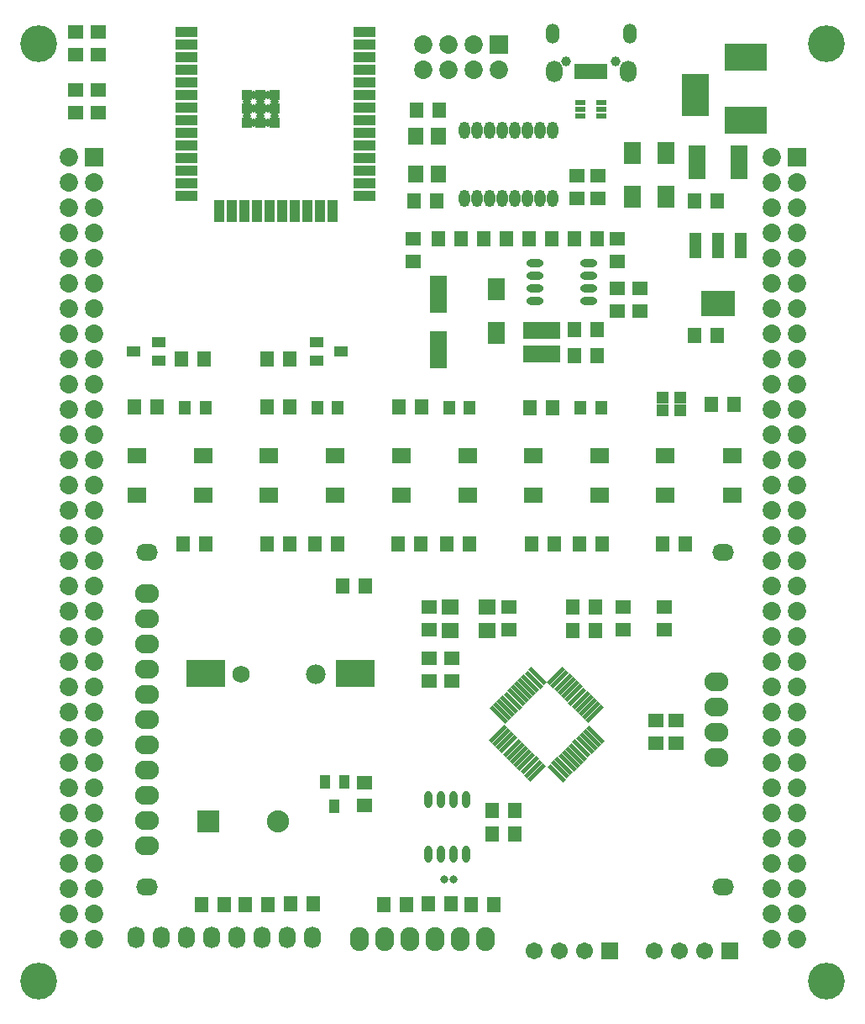
<source format=gts>
G04*
G04 #@! TF.GenerationSoftware,Altium Limited,Altium Designer,21.0.8 (223)*
G04*
G04 Layer_Color=8388736*
%FSTAX24Y24*%
%MOIN*%
G70*
G04*
G04 #@! TF.SameCoordinates,41972824-9B57-438F-98A6-91DE107BC887*
G04*
G04*
G04 #@! TF.FilePolarity,Negative*
G04*
G01*
G75*
%ADD47R,0.1379X0.1025*%
%ADD48O,0.0434X0.0690*%
%ADD49R,0.0867X0.0434*%
%ADD50R,0.0690X0.1344*%
%ADD51R,0.0580X0.0630*%
%ADD52R,0.0631X0.0710*%
%ADD53R,0.0710X0.0631*%
%ADD54O,0.0671X0.0316*%
%ADD55R,0.0474X0.1025*%
%ADD56R,0.0434X0.0434*%
%ADD57R,0.0434X0.0867*%
%ADD58O,0.0316X0.0671*%
G04:AMPARAMS|DCode=59|XSize=17.8mil|YSize=86.7mil|CornerRadius=0mil|HoleSize=0mil|Usage=FLASHONLY|Rotation=225.000|XOffset=0mil|YOffset=0mil|HoleType=Round|Shape=Rectangle|*
%AMROTATEDRECTD59*
4,1,4,-0.0244,0.0370,0.0370,-0.0244,0.0244,-0.0370,-0.0370,0.0244,-0.0244,0.0370,0.0*
%
%ADD59ROTATEDRECTD59*%

G04:AMPARAMS|DCode=60|XSize=17.8mil|YSize=86.7mil|CornerRadius=0mil|HoleSize=0mil|Usage=FLASHONLY|Rotation=315.000|XOffset=0mil|YOffset=0mil|HoleType=Round|Shape=Rectangle|*
%AMROTATEDRECTD60*
4,1,4,-0.0370,-0.0244,0.0244,0.0370,0.0370,0.0244,-0.0244,-0.0370,-0.0370,-0.0244,0.0*
%
%ADD60ROTATEDRECTD60*%

%ADD61R,0.0749X0.0631*%
%ADD62R,0.0630X0.0580*%
%ADD63R,0.0552X0.0415*%
%ADD64R,0.0415X0.0552*%
%ADD65R,0.1458X0.0710*%
%ADD66R,0.0257X0.0592*%
%ADD67R,0.1521X0.1104*%
%ADD68R,0.0690X0.0907*%
%ADD69R,0.0513X0.0552*%
%ADD70R,0.0395X0.0237*%
%ADD71R,0.0474X0.0474*%
%ADD72R,0.0710X0.1458*%
%ADD73C,0.0671*%
%ADD74R,0.0730X0.0730*%
%ADD75C,0.0730*%
%ADD76R,0.1080X0.1680*%
%ADD77R,0.1680X0.1080*%
%ADD78C,0.0316*%
%ADD79O,0.0946X0.0749*%
%ADD80O,0.0867X0.0671*%
%ADD81O,0.0749X0.0946*%
%ADD82O,0.0671X0.0867*%
%ADD83R,0.0730X0.0730*%
%ADD84R,0.0671X0.0671*%
%ADD85C,0.0395*%
%ADD86O,0.0533X0.0789*%
%ADD87O,0.0651X0.0867*%
%ADD88C,0.0780*%
%ADD89C,0.0680*%
%ADD90C,0.1460*%
%ADD91C,0.0880*%
%ADD92R,0.0880X0.0880*%
D47*
X05895Y039258D02*
D03*
D48*
X0519Y046115D02*
D03*
X0514D02*
D03*
X0489Y043418D02*
D03*
X0494D02*
D03*
X0499D02*
D03*
X0504D02*
D03*
X0509D02*
D03*
X0514D02*
D03*
X0519D02*
D03*
X0524D02*
D03*
X0489Y046115D02*
D03*
X0494D02*
D03*
X0499D02*
D03*
X0504D02*
D03*
X0509D02*
D03*
X0524D02*
D03*
D49*
X044933Y048509D02*
D03*
Y043509D02*
D03*
Y044009D02*
D03*
Y044509D02*
D03*
Y045009D02*
D03*
Y045509D02*
D03*
Y046009D02*
D03*
Y046509D02*
D03*
Y047009D02*
D03*
Y047509D02*
D03*
Y048009D02*
D03*
Y049009D02*
D03*
Y049509D02*
D03*
Y050009D02*
D03*
X037846Y043509D02*
D03*
Y044009D02*
D03*
Y044509D02*
D03*
Y045009D02*
D03*
Y045509D02*
D03*
Y046009D02*
D03*
Y046509D02*
D03*
Y047009D02*
D03*
Y047509D02*
D03*
Y048009D02*
D03*
Y048509D02*
D03*
Y049009D02*
D03*
Y049509D02*
D03*
Y050009D02*
D03*
D50*
X058123Y04485D02*
D03*
X059777D02*
D03*
D51*
X05892Y037998D02*
D03*
X05802D02*
D03*
X054152Y041808D02*
D03*
X053252D02*
D03*
X048752D02*
D03*
X047852D02*
D03*
X0515Y035103D02*
D03*
X0524D02*
D03*
X0358Y035133D02*
D03*
X0367D02*
D03*
X04194Y03704D02*
D03*
X04104D02*
D03*
X04105Y035133D02*
D03*
X04195D02*
D03*
X03765Y03705D02*
D03*
X03855D02*
D03*
X054152Y037187D02*
D03*
X053252D02*
D03*
X04195Y0297D02*
D03*
X04105D02*
D03*
X05675Y02971D02*
D03*
X05765D02*
D03*
X03935Y01543D02*
D03*
X03845D02*
D03*
X0411D02*
D03*
X0402D02*
D03*
X05245Y0297D02*
D03*
X05155D02*
D03*
X0587Y035233D02*
D03*
X0596D02*
D03*
X0463Y035133D02*
D03*
X0472D02*
D03*
X04715Y0297D02*
D03*
X04625D02*
D03*
X050562Y041808D02*
D03*
X049662D02*
D03*
X051452D02*
D03*
X052352D02*
D03*
X054162Y038208D02*
D03*
X053262D02*
D03*
X05802Y04333D02*
D03*
X05892D02*
D03*
X04295Y0297D02*
D03*
X04385D02*
D03*
X037704D02*
D03*
X038604D02*
D03*
X047Y046919D02*
D03*
X0479D02*
D03*
X0478Y043319D02*
D03*
X0469D02*
D03*
X04495Y02805D02*
D03*
X04405D02*
D03*
X05345Y0297D02*
D03*
X05435D02*
D03*
X04915Y01543D02*
D03*
X05005D02*
D03*
X04835Y01544D02*
D03*
X04745D02*
D03*
X04569Y01543D02*
D03*
X04659D02*
D03*
X04287Y01544D02*
D03*
X04197D02*
D03*
X0482Y0297D02*
D03*
X0491D02*
D03*
X05319Y02628D02*
D03*
X05409D02*
D03*
X0509Y019138D02*
D03*
X05D02*
D03*
X05319Y0272D02*
D03*
X05409D02*
D03*
X0509Y01823D02*
D03*
X05D02*
D03*
D52*
X047853Y04437D02*
D03*
Y045867D02*
D03*
X046947D02*
D03*
Y04437D02*
D03*
D53*
X049798Y027203D02*
D03*
X048302D02*
D03*
Y026297D02*
D03*
X049798D02*
D03*
D54*
X053835Y039366D02*
D03*
Y039866D02*
D03*
Y040366D02*
D03*
Y040866D02*
D03*
X05167Y039366D02*
D03*
Y039866D02*
D03*
Y040366D02*
D03*
Y040866D02*
D03*
D55*
X059856Y041542D02*
D03*
X05895D02*
D03*
X058044D02*
D03*
D56*
X04135Y047521D02*
D03*
X040799Y046418D02*
D03*
X04135D02*
D03*
Y04697D02*
D03*
X040799D02*
D03*
X040248D02*
D03*
Y046418D02*
D03*
X040799Y047521D02*
D03*
X040248D02*
D03*
D57*
X042637Y042919D02*
D03*
X039137D02*
D03*
X039637D02*
D03*
X040137D02*
D03*
X040637D02*
D03*
X043137D02*
D03*
X041137D02*
D03*
X041637D02*
D03*
X042137D02*
D03*
X043637D02*
D03*
D58*
X04895Y019583D02*
D03*
X04845D02*
D03*
X04795D02*
D03*
X04745D02*
D03*
X04895Y017417D02*
D03*
X04845D02*
D03*
X04795D02*
D03*
X04745D02*
D03*
D59*
X050524Y023219D02*
D03*
X050663Y023358D02*
D03*
X050246Y02294D02*
D03*
X050385Y02308D02*
D03*
X051638Y024332D02*
D03*
X051498Y024193D02*
D03*
X051359Y024054D02*
D03*
X05122Y023915D02*
D03*
X051081Y023775D02*
D03*
X050942Y023636D02*
D03*
X050803Y023497D02*
D03*
X05367Y021743D02*
D03*
X053531Y021604D02*
D03*
X053392Y021464D02*
D03*
X053253Y021325D02*
D03*
X053114Y021186D02*
D03*
X052974Y021047D02*
D03*
X052835Y020908D02*
D03*
X052696Y020768D02*
D03*
X052557Y020629D02*
D03*
X054088Y02216D02*
D03*
X053949Y022021D02*
D03*
X05381Y021882D02*
D03*
X051777Y024471D02*
D03*
D60*
X053364Y023664D02*
D03*
X052529Y024499D02*
D03*
X052807Y024221D02*
D03*
X052947Y024082D02*
D03*
X053225Y023803D02*
D03*
X053086Y023943D02*
D03*
X052668Y02436D02*
D03*
X051749Y020657D02*
D03*
X05161Y020796D02*
D03*
X050218Y022188D02*
D03*
X050357Y022049D02*
D03*
X050496Y02191D02*
D03*
X050635Y021771D02*
D03*
X050775Y021631D02*
D03*
X050914Y021492D02*
D03*
X051053Y021353D02*
D03*
X051192Y021214D02*
D03*
X051331Y021075D02*
D03*
X051471Y020935D02*
D03*
X053503Y023525D02*
D03*
X053643Y023386D02*
D03*
X053782Y023247D02*
D03*
X053921Y023107D02*
D03*
X05406Y022968D02*
D03*
D61*
X043765Y03165D02*
D03*
X041128D02*
D03*
X043765Y033225D02*
D03*
X041128D02*
D03*
X038519Y03165D02*
D03*
X035881D02*
D03*
X038519Y033225D02*
D03*
X035881D02*
D03*
X056867Y033225D02*
D03*
X059505D02*
D03*
X056867Y03165D02*
D03*
X059505D02*
D03*
X05162Y033225D02*
D03*
X054258D02*
D03*
X05162Y03165D02*
D03*
X054258D02*
D03*
X046374Y033225D02*
D03*
X049012D02*
D03*
X046374Y03165D02*
D03*
X049012D02*
D03*
D62*
X046852Y041808D02*
D03*
Y040908D02*
D03*
X03345Y0477D02*
D03*
Y0468D02*
D03*
X04493Y02025D02*
D03*
Y01935D02*
D03*
X0552Y027205D02*
D03*
Y026305D02*
D03*
X054962Y040908D02*
D03*
Y041808D02*
D03*
X054952Y039858D02*
D03*
Y038958D02*
D03*
X055852Y039858D02*
D03*
Y038958D02*
D03*
X03435Y0477D02*
D03*
Y0468D02*
D03*
X03436Y049118D02*
D03*
Y050019D02*
D03*
X03345Y049118D02*
D03*
Y050019D02*
D03*
X0542Y043418D02*
D03*
Y044318D02*
D03*
X05335Y043418D02*
D03*
Y044318D02*
D03*
X056815Y027215D02*
D03*
Y026315D02*
D03*
X0484Y02428D02*
D03*
Y02518D02*
D03*
X05647Y0227D02*
D03*
Y0218D02*
D03*
X04748Y02428D02*
D03*
Y02518D02*
D03*
X05729Y0227D02*
D03*
Y0218D02*
D03*
X04748Y026328D02*
D03*
Y027228D02*
D03*
X05065D02*
D03*
Y026328D02*
D03*
D63*
X043008Y037724D02*
D03*
X04301Y03698D02*
D03*
X043992Y03735D02*
D03*
X036742Y036976D02*
D03*
X03674Y03772D02*
D03*
X035758Y03735D02*
D03*
D64*
X044104Y020292D02*
D03*
X04336Y02029D02*
D03*
X04373Y019308D02*
D03*
D65*
X051952Y037236D02*
D03*
Y038181D02*
D03*
D66*
X053654Y048437D02*
D03*
X05391D02*
D03*
X054166D02*
D03*
X053398D02*
D03*
X054422D02*
D03*
D67*
X044567Y02457D02*
D03*
X038607D02*
D03*
D68*
X05555Y043484D02*
D03*
Y045216D02*
D03*
X050152Y038092D02*
D03*
Y039824D02*
D03*
X0569Y043484D02*
D03*
Y045216D02*
D03*
D69*
X054313Y035113D02*
D03*
X053487D02*
D03*
X038613D02*
D03*
X037787D02*
D03*
X043863D02*
D03*
X043037D02*
D03*
X0491D02*
D03*
X048273D02*
D03*
D70*
X054323Y046694D02*
D03*
Y04695D02*
D03*
Y047206D02*
D03*
X053477D02*
D03*
Y04695D02*
D03*
Y046694D02*
D03*
D71*
X056736Y03501D02*
D03*
Y035503D02*
D03*
X057464D02*
D03*
Y03501D02*
D03*
D72*
X047852Y037404D02*
D03*
Y039608D02*
D03*
D73*
X05364Y013597D02*
D03*
X05264D02*
D03*
X05164D02*
D03*
X05841D02*
D03*
X05741D02*
D03*
X05641D02*
D03*
D74*
X05025Y0495D02*
D03*
D75*
X04725Y0485D02*
D03*
X04925Y0495D02*
D03*
X0621Y04105D02*
D03*
X0611D02*
D03*
X05025Y0485D02*
D03*
X04725Y0495D02*
D03*
X04925Y0485D02*
D03*
X04825Y0495D02*
D03*
Y0485D02*
D03*
X0611Y02505D02*
D03*
Y02605D02*
D03*
X0621Y02505D02*
D03*
Y02605D02*
D03*
X0611Y02905D02*
D03*
X0621D02*
D03*
X0611Y03105D02*
D03*
X0621D02*
D03*
X0611Y03305D02*
D03*
X0621D02*
D03*
X0611Y03605D02*
D03*
X0621D02*
D03*
X0611Y03805D02*
D03*
X0621D02*
D03*
X0611Y04005D02*
D03*
X0621D02*
D03*
X0611Y04405D02*
D03*
X0621D02*
D03*
X0611Y04505D02*
D03*
X0621Y04305D02*
D03*
X0611D02*
D03*
X0621Y04205D02*
D03*
X0611D02*
D03*
X0621Y03905D02*
D03*
X0611D02*
D03*
X0621Y03705D02*
D03*
X0611D02*
D03*
X0621Y03505D02*
D03*
X0611D02*
D03*
X0621Y03405D02*
D03*
X0611D02*
D03*
X0621Y03205D02*
D03*
X0611D02*
D03*
X0621Y03005D02*
D03*
X0611D02*
D03*
X0621Y02805D02*
D03*
Y02705D02*
D03*
X0611Y02805D02*
D03*
Y02705D02*
D03*
X0621Y02405D02*
D03*
Y02305D02*
D03*
Y02205D02*
D03*
Y02105D02*
D03*
Y02005D02*
D03*
Y01905D02*
D03*
Y01805D02*
D03*
Y01705D02*
D03*
Y01605D02*
D03*
Y01505D02*
D03*
Y01405D02*
D03*
X0611Y02405D02*
D03*
Y02305D02*
D03*
Y02205D02*
D03*
Y02105D02*
D03*
Y02005D02*
D03*
Y01905D02*
D03*
Y01805D02*
D03*
Y01705D02*
D03*
Y01605D02*
D03*
Y01505D02*
D03*
Y01405D02*
D03*
X0332Y02505D02*
D03*
Y02605D02*
D03*
X0342Y02505D02*
D03*
Y02605D02*
D03*
X0332Y02905D02*
D03*
X0342D02*
D03*
X0332Y03105D02*
D03*
X0342D02*
D03*
X0332Y03305D02*
D03*
X0342D02*
D03*
X0332Y03605D02*
D03*
X0342D02*
D03*
X0332Y03805D02*
D03*
X0342D02*
D03*
X0332Y04005D02*
D03*
X0342D02*
D03*
X0332Y04105D02*
D03*
X0342D02*
D03*
X0332Y04405D02*
D03*
X0342D02*
D03*
X0332Y04505D02*
D03*
X0342Y04305D02*
D03*
X0332D02*
D03*
X0342Y04205D02*
D03*
X0332D02*
D03*
X0342Y03905D02*
D03*
X0332D02*
D03*
X0342Y03705D02*
D03*
X0332D02*
D03*
X0342Y03505D02*
D03*
X0332D02*
D03*
X0342Y03405D02*
D03*
X0332D02*
D03*
X0342Y03205D02*
D03*
X0332D02*
D03*
X0342Y03005D02*
D03*
X0332D02*
D03*
X0342Y02805D02*
D03*
Y02705D02*
D03*
X0332Y02805D02*
D03*
Y02705D02*
D03*
X0342Y02405D02*
D03*
Y02305D02*
D03*
Y02205D02*
D03*
Y02105D02*
D03*
Y02005D02*
D03*
Y01905D02*
D03*
Y01805D02*
D03*
Y01705D02*
D03*
Y01605D02*
D03*
Y01505D02*
D03*
Y01405D02*
D03*
X0332Y02405D02*
D03*
Y02305D02*
D03*
Y02205D02*
D03*
Y02105D02*
D03*
Y02005D02*
D03*
Y01905D02*
D03*
Y01805D02*
D03*
Y01705D02*
D03*
Y01605D02*
D03*
Y01505D02*
D03*
Y01405D02*
D03*
D76*
X05805Y0475D02*
D03*
D77*
X06005Y049D02*
D03*
Y0465D02*
D03*
D78*
X04845Y0164D02*
D03*
X048074D02*
D03*
X040523Y046418D02*
D03*
X04135Y046694D02*
D03*
X040799D02*
D03*
X040248D02*
D03*
X041074Y046418D02*
D03*
X04135Y047245D02*
D03*
X040799D02*
D03*
X040248D02*
D03*
X040523Y04697D02*
D03*
X041074D02*
D03*
Y047521D02*
D03*
X040523D02*
D03*
D79*
X058895Y021252D02*
D03*
Y022252D02*
D03*
Y023252D02*
D03*
Y024252D02*
D03*
X0363Y01775D02*
D03*
Y01875D02*
D03*
Y01975D02*
D03*
Y02075D02*
D03*
Y02175D02*
D03*
Y02275D02*
D03*
Y02375D02*
D03*
Y02475D02*
D03*
Y02575D02*
D03*
Y02675D02*
D03*
Y02775D02*
D03*
D80*
X059139Y029372D02*
D03*
Y01612D02*
D03*
X0363D02*
D03*
Y029372D02*
D03*
D81*
X04472Y01406D02*
D03*
X04572D02*
D03*
X04672D02*
D03*
X04772D02*
D03*
X04872D02*
D03*
X04972D02*
D03*
D82*
X04285Y0141D02*
D03*
X04185D02*
D03*
X04085D02*
D03*
X03985D02*
D03*
X03885D02*
D03*
X03785D02*
D03*
X03685D02*
D03*
X03585D02*
D03*
D83*
X0621Y04505D02*
D03*
X0342D02*
D03*
D84*
X05464Y013597D02*
D03*
X05941D02*
D03*
D85*
X052926Y04885D02*
D03*
X054894D02*
D03*
D86*
X052384Y049933D02*
D03*
X055436D02*
D03*
D87*
X052443Y048437D02*
D03*
X055377D02*
D03*
D88*
X043Y02455D02*
D03*
D89*
X040007D02*
D03*
D90*
X06326Y049538D02*
D03*
X032D02*
D03*
Y01238D02*
D03*
X06326D02*
D03*
D91*
X0415Y0187D02*
D03*
D92*
X038713D02*
D03*
M02*

</source>
